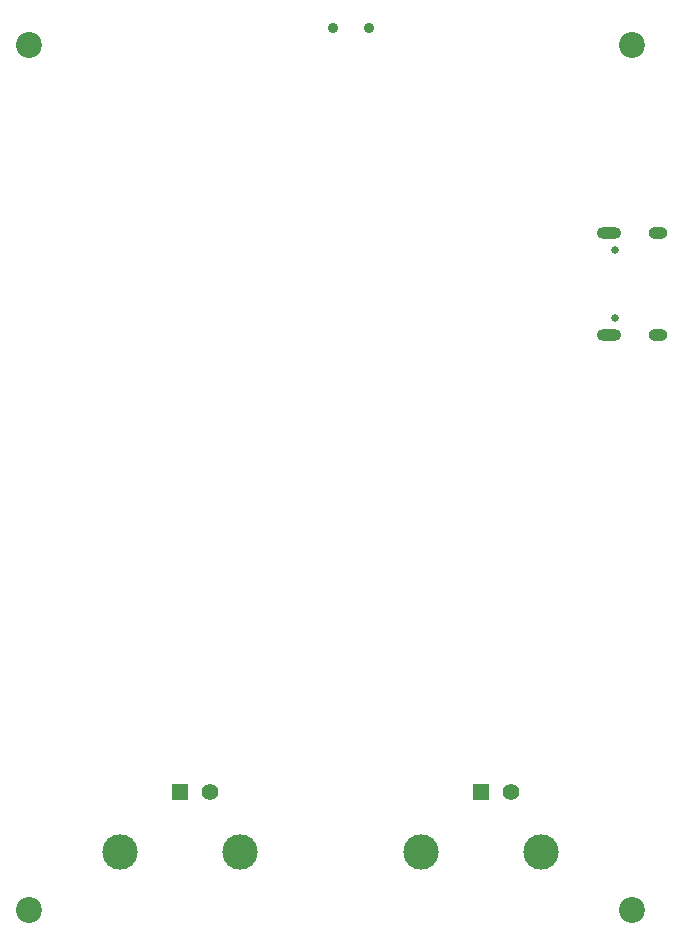
<source format=gbr>
%TF.GenerationSoftware,KiCad,Pcbnew,9.0.6*%
%TF.CreationDate,2025-12-09T00:58:21-06:00*%
%TF.ProjectId,Mixed_Signal_generator_analyzer,4d697865-645f-4536-9967-6e616c5f6765,rev?*%
%TF.SameCoordinates,Original*%
%TF.FileFunction,Soldermask,Bot*%
%TF.FilePolarity,Negative*%
%FSLAX46Y46*%
G04 Gerber Fmt 4.6, Leading zero omitted, Abs format (unit mm)*
G04 Created by KiCad (PCBNEW 9.0.6) date 2025-12-09 00:58:21*
%MOMM*%
%LPD*%
G01*
G04 APERTURE LIST*
%ADD10C,2.200000*%
%ADD11C,0.650000*%
%ADD12O,2.100000X1.000000*%
%ADD13O,1.600000X1.000000*%
%ADD14R,1.400000X1.400000*%
%ADD15C,1.400000*%
%ADD16C,3.000000*%
%ADD17C,0.900000*%
G04 APERTURE END LIST*
D10*
%TO.C,H2*%
X140000000Y-54250000D03*
%TD*%
D11*
%TO.C,J2*%
X138610000Y-77340000D03*
X138610000Y-71560000D03*
D12*
X138080000Y-78770000D03*
D13*
X142260000Y-78770000D03*
D12*
X138080000Y-70130000D03*
D13*
X142260000Y-70130000D03*
%TD*%
D10*
%TO.C,H3*%
X89000000Y-127500000D03*
%TD*%
D14*
%TO.C,J5*%
X127250000Y-117460000D03*
D15*
X129790000Y-117460000D03*
D16*
X122170000Y-122540000D03*
X132330000Y-122540000D03*
%TD*%
D14*
%TO.C,J4*%
X101750000Y-117460000D03*
D15*
X104290000Y-117460000D03*
D16*
X96670000Y-122540000D03*
X106830000Y-122540000D03*
%TD*%
D10*
%TO.C,H4*%
X140000000Y-127500000D03*
%TD*%
%TO.C,H1*%
X89000000Y-54250000D03*
%TD*%
D17*
%TO.C,SW1*%
X117750000Y-52750000D03*
X114750000Y-52750000D03*
%TD*%
M02*

</source>
